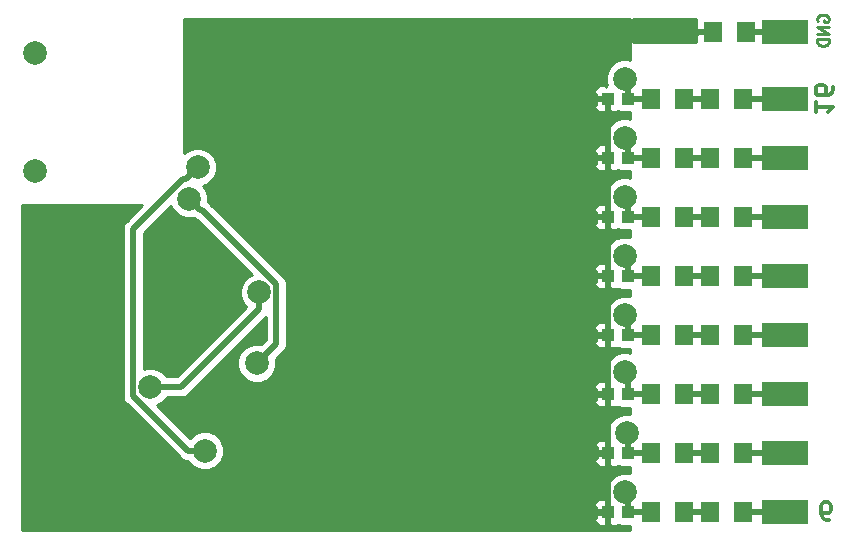
<source format=gbr>
G04 #@! TF.GenerationSoftware,KiCad,Pcbnew,5.0.0*
G04 #@! TF.CreationDate,2019-01-02T17:09:17-05:00*
G04 #@! TF.ProjectId,probe,70726F62652E6B696361645F70636200,rev?*
G04 #@! TF.SameCoordinates,Original*
G04 #@! TF.FileFunction,Copper,L2,Bot,Signal*
G04 #@! TF.FilePolarity,Positive*
%FSLAX46Y46*%
G04 Gerber Fmt 4.6, Leading zero omitted, Abs format (unit mm)*
G04 Created by KiCad (PCBNEW 5.0.0) date Wed Jan  2 17:09:17 2019*
%MOMM*%
%LPD*%
G01*
G04 APERTURE LIST*
G04 #@! TA.AperFunction,NonConductor*
%ADD10C,0.300000*%
G04 #@! TD*
G04 #@! TA.AperFunction,NonConductor*
%ADD11C,0.250000*%
G04 #@! TD*
G04 #@! TA.AperFunction,SMDPad,CuDef*
%ADD12R,1.597660X1.798320*%
G04 #@! TD*
G04 #@! TA.AperFunction,SMDPad,CuDef*
%ADD13R,4.000000X2.000000*%
G04 #@! TD*
G04 #@! TA.AperFunction,SMDPad,CuDef*
%ADD14R,1.099820X0.998220*%
G04 #@! TD*
G04 #@! TA.AperFunction,ViaPad*
%ADD15C,2.000000*%
G04 #@! TD*
G04 #@! TA.AperFunction,Conductor*
%ADD16C,0.500000*%
G04 #@! TD*
G04 #@! TA.AperFunction,Conductor*
%ADD17C,0.254000*%
G04 #@! TD*
G04 APERTURE END LIST*
D10*
X126521428Y-140485714D02*
X126521428Y-141342857D01*
X126521428Y-140914285D02*
X128021428Y-140914285D01*
X127807142Y-141057142D01*
X127664285Y-141200000D01*
X127592857Y-141342857D01*
X128021428Y-139200000D02*
X128021428Y-139485714D01*
X127950000Y-139628571D01*
X127878571Y-139700000D01*
X127664285Y-139842857D01*
X127378571Y-139914285D01*
X126807142Y-139914285D01*
X126664285Y-139842857D01*
X126592857Y-139771428D01*
X126521428Y-139628571D01*
X126521428Y-139342857D01*
X126592857Y-139200000D01*
X126664285Y-139128571D01*
X126807142Y-139057142D01*
X127164285Y-139057142D01*
X127307142Y-139128571D01*
X127378571Y-139200000D01*
X127450000Y-139342857D01*
X127450000Y-139628571D01*
X127378571Y-139771428D01*
X127307142Y-139842857D01*
X127164285Y-139914285D01*
D11*
X126700000Y-133638095D02*
X126652380Y-133542857D01*
X126652380Y-133400000D01*
X126700000Y-133257142D01*
X126795238Y-133161904D01*
X126890476Y-133114285D01*
X127080952Y-133066666D01*
X127223809Y-133066666D01*
X127414285Y-133114285D01*
X127509523Y-133161904D01*
X127604761Y-133257142D01*
X127652380Y-133400000D01*
X127652380Y-133495238D01*
X127604761Y-133638095D01*
X127557142Y-133685714D01*
X127223809Y-133685714D01*
X127223809Y-133495238D01*
X127652380Y-134114285D02*
X126652380Y-134114285D01*
X127652380Y-134685714D01*
X126652380Y-134685714D01*
X127652380Y-135161904D02*
X126652380Y-135161904D01*
X126652380Y-135400000D01*
X126700000Y-135542857D01*
X126795238Y-135638095D01*
X126890476Y-135685714D01*
X127080952Y-135733333D01*
X127223809Y-135733333D01*
X127414285Y-135685714D01*
X127509523Y-135638095D01*
X127604761Y-135542857D01*
X127652380Y-135400000D01*
X127652380Y-135161904D01*
D10*
X127685714Y-175878571D02*
X127400000Y-175878571D01*
X127257142Y-175807142D01*
X127185714Y-175735714D01*
X127042857Y-175521428D01*
X126971428Y-175235714D01*
X126971428Y-174664285D01*
X127042857Y-174521428D01*
X127114285Y-174450000D01*
X127257142Y-174378571D01*
X127542857Y-174378571D01*
X127685714Y-174450000D01*
X127757142Y-174521428D01*
X127828571Y-174664285D01*
X127828571Y-175021428D01*
X127757142Y-175164285D01*
X127685714Y-175235714D01*
X127542857Y-175307142D01*
X127257142Y-175307142D01*
X127114285Y-175235714D01*
X127042857Y-175164285D01*
X126971428Y-175021428D01*
D12*
G04 #@! TO.P,R50,1*
G04 #@! TO.N,GND*
X117800460Y-134550000D03*
G04 #@! TO.P,R50,2*
G04 #@! TO.N,Net-(J25-Pad1)*
X120599540Y-134550000D03*
G04 #@! TD*
D13*
G04 #@! TO.P,J25,1*
G04 #@! TO.N,Net-(J25-Pad1)*
X123950000Y-134550000D03*
G04 #@! TD*
G04 #@! TO.P,J16,1*
G04 #@! TO.N,Net-(J16-Pad1)*
X123896569Y-145203433D03*
G04 #@! TD*
G04 #@! TO.P,J15,1*
G04 #@! TO.N,Net-(J15-Pad1)*
X123896569Y-150203433D03*
G04 #@! TD*
G04 #@! TO.P,J14,1*
G04 #@! TO.N,Net-(J14-Pad1)*
X123896569Y-155203433D03*
G04 #@! TD*
G04 #@! TO.P,J13,1*
G04 #@! TO.N,Net-(J13-Pad1)*
X123896569Y-160203433D03*
G04 #@! TD*
G04 #@! TO.P,J12,1*
G04 #@! TO.N,Net-(J12-Pad1)*
X123896569Y-165203433D03*
G04 #@! TD*
G04 #@! TO.P,J11,1*
G04 #@! TO.N,Net-(J11-Pad1)*
X123896569Y-170203433D03*
G04 #@! TD*
G04 #@! TO.P,J10,1*
G04 #@! TO.N,Net-(J10-Pad1)*
X123896569Y-175203433D03*
G04 #@! TD*
G04 #@! TO.P,J17,1*
G04 #@! TO.N,Net-(J17-Pad1)*
X123896569Y-140203433D03*
G04 #@! TD*
D12*
G04 #@! TO.P,R42,1*
G04 #@! TO.N,Net-(J10-Pad1)*
X120396109Y-175203433D03*
G04 #@! TO.P,R42,2*
G04 #@! TO.N,Net-(R18-Pad1)*
X117597029Y-175203433D03*
G04 #@! TD*
G04 #@! TO.P,R44,1*
G04 #@! TO.N,Net-(J12-Pad1)*
X120396109Y-165203433D03*
G04 #@! TO.P,R44,2*
G04 #@! TO.N,Net-(R22-Pad1)*
X117597029Y-165203433D03*
G04 #@! TD*
G04 #@! TO.P,R43,2*
G04 #@! TO.N,Net-(R20-Pad1)*
X117597029Y-170203433D03*
G04 #@! TO.P,R43,1*
G04 #@! TO.N,Net-(J11-Pad1)*
X120396109Y-170203433D03*
G04 #@! TD*
G04 #@! TO.P,R45,1*
G04 #@! TO.N,Net-(J13-Pad1)*
X120396109Y-160203433D03*
G04 #@! TO.P,R45,2*
G04 #@! TO.N,Net-(R24-Pad1)*
X117597029Y-160203433D03*
G04 #@! TD*
G04 #@! TO.P,R49,2*
G04 #@! TO.N,Net-(R32-Pad1)*
X117597029Y-140203433D03*
G04 #@! TO.P,R49,1*
G04 #@! TO.N,Net-(J17-Pad1)*
X120396109Y-140203433D03*
G04 #@! TD*
G04 #@! TO.P,R48,1*
G04 #@! TO.N,Net-(J16-Pad1)*
X120396109Y-145203433D03*
G04 #@! TO.P,R48,2*
G04 #@! TO.N,Net-(R30-Pad1)*
X117597029Y-145203433D03*
G04 #@! TD*
G04 #@! TO.P,R47,2*
G04 #@! TO.N,Net-(R28-Pad1)*
X117597029Y-150203433D03*
G04 #@! TO.P,R47,1*
G04 #@! TO.N,Net-(J15-Pad1)*
X120396109Y-150203433D03*
G04 #@! TD*
G04 #@! TO.P,R46,1*
G04 #@! TO.N,Net-(J14-Pad1)*
X120396109Y-155203433D03*
G04 #@! TO.P,R46,2*
G04 #@! TO.N,Net-(R26-Pad1)*
X117597029Y-155203433D03*
G04 #@! TD*
D14*
G04 #@! TO.P,R33,2*
G04 #@! TO.N,GND*
X108948209Y-140203433D03*
G04 #@! TO.P,R33,1*
G04 #@! TO.N,/Dividers/OUT16*
X110644929Y-140203433D03*
G04 #@! TD*
G04 #@! TO.P,R31,1*
G04 #@! TO.N,/Dividers/OUT15*
X110644929Y-145203433D03*
G04 #@! TO.P,R31,2*
G04 #@! TO.N,GND*
X108948209Y-145203433D03*
G04 #@! TD*
G04 #@! TO.P,R29,2*
G04 #@! TO.N,GND*
X108948209Y-150203433D03*
G04 #@! TO.P,R29,1*
G04 #@! TO.N,/Dividers/OUT14*
X110644929Y-150203433D03*
G04 #@! TD*
G04 #@! TO.P,R27,1*
G04 #@! TO.N,/Dividers/OUT13*
X110644929Y-155203433D03*
G04 #@! TO.P,R27,2*
G04 #@! TO.N,GND*
X108948209Y-155203433D03*
G04 #@! TD*
G04 #@! TO.P,R19,2*
G04 #@! TO.N,GND*
X108948209Y-175203433D03*
G04 #@! TO.P,R19,1*
G04 #@! TO.N,/Dividers/OUT9*
X110644929Y-175203433D03*
G04 #@! TD*
G04 #@! TO.P,R21,1*
G04 #@! TO.N,/Dividers/OUT10*
X110644929Y-170203433D03*
G04 #@! TO.P,R21,2*
G04 #@! TO.N,GND*
X108948209Y-170203433D03*
G04 #@! TD*
G04 #@! TO.P,R23,1*
G04 #@! TO.N,/Dividers/OUT11*
X110644929Y-165203433D03*
G04 #@! TO.P,R23,2*
G04 #@! TO.N,GND*
X108948209Y-165203433D03*
G04 #@! TD*
G04 #@! TO.P,R25,1*
G04 #@! TO.N,/Dividers/OUT12*
X110644929Y-160203433D03*
G04 #@! TO.P,R25,2*
G04 #@! TO.N,GND*
X108948209Y-160203433D03*
G04 #@! TD*
D12*
G04 #@! TO.P,R20,2*
G04 #@! TO.N,/Dividers/OUT10*
X112596569Y-170203433D03*
G04 #@! TO.P,R20,1*
G04 #@! TO.N,Net-(R20-Pad1)*
X115395649Y-170203433D03*
G04 #@! TD*
G04 #@! TO.P,R32,2*
G04 #@! TO.N,/Dividers/OUT16*
X112596569Y-140203433D03*
G04 #@! TO.P,R32,1*
G04 #@! TO.N,Net-(R32-Pad1)*
X115395649Y-140203433D03*
G04 #@! TD*
G04 #@! TO.P,R30,1*
G04 #@! TO.N,Net-(R30-Pad1)*
X115395649Y-145203433D03*
G04 #@! TO.P,R30,2*
G04 #@! TO.N,/Dividers/OUT15*
X112596569Y-145203433D03*
G04 #@! TD*
G04 #@! TO.P,R28,2*
G04 #@! TO.N,/Dividers/OUT14*
X112596569Y-150203433D03*
G04 #@! TO.P,R28,1*
G04 #@! TO.N,Net-(R28-Pad1)*
X115395649Y-150203433D03*
G04 #@! TD*
G04 #@! TO.P,R26,1*
G04 #@! TO.N,Net-(R26-Pad1)*
X115395649Y-155203433D03*
G04 #@! TO.P,R26,2*
G04 #@! TO.N,/Dividers/OUT13*
X112596569Y-155203433D03*
G04 #@! TD*
G04 #@! TO.P,R24,2*
G04 #@! TO.N,/Dividers/OUT12*
X112596569Y-160203433D03*
G04 #@! TO.P,R24,1*
G04 #@! TO.N,Net-(R24-Pad1)*
X115395649Y-160203433D03*
G04 #@! TD*
G04 #@! TO.P,R22,1*
G04 #@! TO.N,Net-(R22-Pad1)*
X115395649Y-165203433D03*
G04 #@! TO.P,R22,2*
G04 #@! TO.N,/Dividers/OUT11*
X112596569Y-165203433D03*
G04 #@! TD*
G04 #@! TO.P,R18,2*
G04 #@! TO.N,/Dividers/OUT9*
X112596569Y-175203433D03*
G04 #@! TO.P,R18,1*
G04 #@! TO.N,Net-(R18-Pad1)*
X115395649Y-175203433D03*
G04 #@! TD*
D15*
G04 #@! TO.N,*
X60450000Y-136300000D03*
X60450000Y-146300000D03*
G04 #@! TO.N,GND*
X107200000Y-175300000D03*
X107296567Y-170203433D03*
X107200000Y-165300000D03*
X107200000Y-160300000D03*
X107200000Y-155300000D03*
X107200000Y-150300000D03*
X107200000Y-145300000D03*
X107200000Y-140300000D03*
X82200000Y-135550000D03*
X60700000Y-166050000D03*
X69700000Y-169050000D03*
X83450000Y-170300000D03*
X71400000Y-155200000D03*
X88400000Y-158400000D03*
X74400000Y-152200000D03*
X78200000Y-150250000D03*
X100600000Y-154200000D03*
G04 #@! TO.N,/Dividers/OUT16*
X110400000Y-138500000D03*
G04 #@! TO.N,/Dividers/OUT15*
X110398209Y-143500471D03*
G04 #@! TO.N,/Dividers/OUT14*
X110398209Y-148500888D03*
G04 #@! TO.N,/Dividers/OUT13*
X110398209Y-153500888D03*
G04 #@! TO.N,/Dividers/OUT12*
X110398209Y-158500888D03*
G04 #@! TO.N,/Dividers/OUT11*
X110398209Y-163300000D03*
G04 #@! TO.N,/Dividers/OUT10*
X110537933Y-168500888D03*
G04 #@! TO.N,/Dividers/OUT9*
X110398209Y-173500888D03*
G04 #@! TO.N,Net-(IC1-Pad5)*
X70200000Y-164600000D03*
X79400000Y-156600000D03*
G04 #@! TO.N,/SHIFTED_x1*
X79200000Y-162600000D03*
X73449694Y-148649694D03*
G04 #@! TO.N,/SHIFTED_x10*
X74200000Y-146000000D03*
X74800000Y-170000000D03*
G04 #@! TD*
D16*
G04 #@! TO.N,GND*
X108948209Y-170203433D02*
X108948209Y-169204323D01*
X108948209Y-155203433D02*
X108948209Y-154204323D01*
X108948209Y-175203433D02*
X108948209Y-173520000D01*
X108948209Y-173520000D02*
X108948209Y-170203433D01*
X108948209Y-169204323D02*
X108948209Y-168560000D01*
X108948209Y-168560000D02*
X108948209Y-165203433D01*
X108948209Y-160203433D02*
X108948209Y-158480000D01*
X108948209Y-158480000D02*
X108948209Y-155203433D01*
X108948209Y-154204323D02*
X108948209Y-153490000D01*
X108948209Y-153490000D02*
X108948209Y-150203433D01*
X108948209Y-143510000D02*
X108948209Y-140203433D01*
X108948209Y-145203433D02*
X108948209Y-143510000D01*
X108948209Y-163540000D02*
X108948209Y-160203433D01*
X108948209Y-164204323D02*
X108948209Y-163540000D01*
X108948209Y-165203433D02*
X108948209Y-164204323D01*
X107296567Y-175203433D02*
X107200000Y-175300000D01*
X108948209Y-175203433D02*
X107296567Y-175203433D01*
X108948209Y-170203433D02*
X107296567Y-170203433D01*
X107296567Y-165203433D02*
X107200000Y-165300000D01*
X108948209Y-165203433D02*
X107296567Y-165203433D01*
X108948209Y-160203433D02*
X107296567Y-160203433D01*
X107296567Y-160203433D02*
X107200000Y-160300000D01*
X108948209Y-155203433D02*
X107296567Y-155203433D01*
X107296567Y-155203433D02*
X107200000Y-155300000D01*
X108948209Y-150203433D02*
X107296567Y-150203433D01*
X107296567Y-150203433D02*
X107200000Y-150300000D01*
X107296567Y-145203433D02*
X107200000Y-145300000D01*
X108948209Y-145203433D02*
X107296567Y-145203433D01*
X107296567Y-140203433D02*
X107200000Y-140300000D01*
X108948209Y-140203433D02*
X107296567Y-140203433D01*
X108948209Y-146202543D02*
X108948209Y-150203433D01*
X108948209Y-145203433D02*
X108948209Y-146202543D01*
X117800460Y-134550000D02*
X116501630Y-134550000D01*
G04 #@! TO.N,/Dividers/OUT16*
X110644929Y-140203433D02*
X112596569Y-140203433D01*
X110644929Y-138744929D02*
X110400000Y-138500000D01*
X110644929Y-140203433D02*
X110644929Y-138744929D01*
G04 #@! TO.N,/Dividers/OUT15*
X110644929Y-145203433D02*
X112596569Y-145203433D01*
X110644929Y-143747191D02*
X110398209Y-143500471D01*
X110644929Y-145203433D02*
X110644929Y-143747191D01*
G04 #@! TO.N,/Dividers/OUT14*
X110644929Y-150203433D02*
X112596569Y-150203433D01*
X110644929Y-148747608D02*
X110398209Y-148500888D01*
X110644929Y-150203433D02*
X110644929Y-148747608D01*
G04 #@! TO.N,/Dividers/OUT13*
X112596569Y-155203433D02*
X110644929Y-155203433D01*
X110644929Y-153747608D02*
X110398209Y-153500888D01*
X110644929Y-155203433D02*
X110644929Y-153747608D01*
G04 #@! TO.N,/Dividers/OUT12*
X110644929Y-160203433D02*
X112596569Y-160203433D01*
X110644929Y-158747608D02*
X110398209Y-158500888D01*
X110644929Y-160203433D02*
X110644929Y-158747608D01*
G04 #@! TO.N,/Dividers/OUT11*
X110644929Y-165203433D02*
X112596569Y-165203433D01*
X110644929Y-163546720D02*
X110398209Y-163300000D01*
X110644929Y-165203433D02*
X110644929Y-163546720D01*
G04 #@! TO.N,/Dividers/OUT10*
X110644929Y-170203433D02*
X112596569Y-170203433D01*
X110644929Y-168607884D02*
X110537933Y-168500888D01*
X110644929Y-170203433D02*
X110644929Y-168607884D01*
G04 #@! TO.N,/Dividers/OUT9*
X110644929Y-175203433D02*
X112596569Y-175203433D01*
X110644929Y-173747608D02*
X110398209Y-173500888D01*
X110644929Y-175203433D02*
X110644929Y-173747608D01*
G04 #@! TO.N,Net-(IC1-Pad5)*
X70200000Y-164600000D02*
X72817984Y-164600000D01*
X72817984Y-164600000D02*
X72817984Y-164582016D01*
X72817984Y-164582016D02*
X79400000Y-158000000D01*
X79400000Y-158000000D02*
X79400000Y-156600000D01*
G04 #@! TO.N,Net-(R26-Pad1)*
X115395649Y-155203433D02*
X117597029Y-155203433D01*
G04 #@! TO.N,Net-(R28-Pad1)*
X115395649Y-150203433D02*
X117597029Y-150203433D01*
G04 #@! TO.N,Net-(R30-Pad1)*
X117597029Y-145203433D02*
X115395649Y-145203433D01*
G04 #@! TO.N,Net-(R32-Pad1)*
X115395649Y-140203433D02*
X117597029Y-140203433D01*
G04 #@! TO.N,Net-(R18-Pad1)*
X115395649Y-175203433D02*
X117597029Y-175203433D01*
G04 #@! TO.N,Net-(R24-Pad1)*
X115395649Y-160203433D02*
X117597029Y-160203433D01*
G04 #@! TO.N,Net-(R20-Pad1)*
X115395649Y-170203433D02*
X117597029Y-170203433D01*
G04 #@! TO.N,Net-(R22-Pad1)*
X115395649Y-165203433D02*
X117597029Y-165203433D01*
G04 #@! TO.N,Net-(J17-Pad1)*
X120396109Y-140203433D02*
X123896569Y-140203433D01*
G04 #@! TO.N,Net-(J10-Pad1)*
X120396109Y-175203433D02*
X123896569Y-175203433D01*
G04 #@! TO.N,Net-(J11-Pad1)*
X120396109Y-170203433D02*
X123896569Y-170203433D01*
G04 #@! TO.N,Net-(J12-Pad1)*
X120396109Y-165203433D02*
X123896569Y-165203433D01*
G04 #@! TO.N,Net-(J13-Pad1)*
X120396109Y-160203433D02*
X123896569Y-160203433D01*
G04 #@! TO.N,Net-(J14-Pad1)*
X120396109Y-155203433D02*
X123896569Y-155203433D01*
G04 #@! TO.N,Net-(J15-Pad1)*
X120396109Y-150203433D02*
X123896569Y-150203433D01*
G04 #@! TO.N,Net-(J16-Pad1)*
X120396109Y-145203433D02*
X123896569Y-145203433D01*
G04 #@! TO.N,/SHIFTED_x1*
X80850001Y-160949999D02*
X79200000Y-162600000D01*
X74449693Y-149649693D02*
X74595695Y-149649693D01*
X74595695Y-149649693D02*
X80850001Y-155903999D01*
X73449694Y-148649694D02*
X74449693Y-149649693D01*
X80850001Y-155903999D02*
X80850001Y-160949999D01*
G04 #@! TO.N,/SHIFTED_x10*
X73385787Y-170000000D02*
X68749999Y-165364212D01*
X74800000Y-170000000D02*
X73385787Y-170000000D01*
X68749999Y-151203387D02*
X68749999Y-151800000D01*
X73200001Y-146999999D02*
X72953387Y-146999999D01*
X72953387Y-146999999D02*
X68749999Y-151203387D01*
X74200000Y-146000000D02*
X73200001Y-146999999D01*
X68749999Y-165364212D02*
X68749999Y-151800000D01*
X68749999Y-151800000D02*
X68749999Y-151450001D01*
G04 #@! TO.N,Net-(J25-Pad1)*
X123950000Y-134550000D02*
X120599540Y-134550000D01*
G04 #@! TD*
D17*
G04 #@! TO.N,GND*
G36*
X110823000Y-136905501D02*
X110725222Y-136865000D01*
X110074778Y-136865000D01*
X109473847Y-137113914D01*
X109013914Y-137573847D01*
X108765000Y-138174778D01*
X108765000Y-138825222D01*
X108866110Y-139069323D01*
X108821207Y-139069323D01*
X108821207Y-139228071D01*
X108662459Y-139069323D01*
X108271990Y-139069323D01*
X108038601Y-139165996D01*
X107859972Y-139344624D01*
X107763299Y-139578013D01*
X107763299Y-139917683D01*
X107922049Y-140076433D01*
X108821209Y-140076433D01*
X108821209Y-140056433D01*
X109075209Y-140056433D01*
X109075209Y-140076433D01*
X109095209Y-140076433D01*
X109095209Y-140330433D01*
X109075209Y-140330433D01*
X109075209Y-141178793D01*
X109233959Y-141337543D01*
X109624428Y-141337543D01*
X109796021Y-141266467D01*
X109847254Y-141300700D01*
X110095019Y-141349983D01*
X110823000Y-141349983D01*
X110823000Y-141906714D01*
X110723431Y-141865471D01*
X110072987Y-141865471D01*
X109472056Y-142114385D01*
X109012123Y-142574318D01*
X108763209Y-143175249D01*
X108763209Y-143825693D01*
X108864124Y-144069323D01*
X108821207Y-144069323D01*
X108821207Y-144228071D01*
X108662459Y-144069323D01*
X108271990Y-144069323D01*
X108038601Y-144165996D01*
X107859972Y-144344624D01*
X107763299Y-144578013D01*
X107763299Y-144917683D01*
X107922049Y-145076433D01*
X108821209Y-145076433D01*
X108821209Y-145056433D01*
X109075209Y-145056433D01*
X109075209Y-145076433D01*
X109095209Y-145076433D01*
X109095209Y-145330433D01*
X109075209Y-145330433D01*
X109075209Y-146178793D01*
X109233959Y-146337543D01*
X109624428Y-146337543D01*
X109796021Y-146266467D01*
X109847254Y-146300700D01*
X110095019Y-146349983D01*
X110823000Y-146349983D01*
X110823000Y-146907131D01*
X110723431Y-146865888D01*
X110072987Y-146865888D01*
X109472056Y-147114802D01*
X109012123Y-147574735D01*
X108763209Y-148175666D01*
X108763209Y-148826110D01*
X108863951Y-149069323D01*
X108821207Y-149069323D01*
X108821207Y-149228071D01*
X108662459Y-149069323D01*
X108271990Y-149069323D01*
X108038601Y-149165996D01*
X107859972Y-149344624D01*
X107763299Y-149578013D01*
X107763299Y-149917683D01*
X107922049Y-150076433D01*
X108821209Y-150076433D01*
X108821209Y-150056433D01*
X109075209Y-150056433D01*
X109075209Y-150076433D01*
X109095209Y-150076433D01*
X109095209Y-150330433D01*
X109075209Y-150330433D01*
X109075209Y-151178793D01*
X109233959Y-151337543D01*
X109624428Y-151337543D01*
X109796021Y-151266467D01*
X109847254Y-151300700D01*
X110095019Y-151349983D01*
X110823000Y-151349983D01*
X110823000Y-151907131D01*
X110723431Y-151865888D01*
X110072987Y-151865888D01*
X109472056Y-152114802D01*
X109012123Y-152574735D01*
X108763209Y-153175666D01*
X108763209Y-153826110D01*
X108863951Y-154069323D01*
X108821207Y-154069323D01*
X108821207Y-154228071D01*
X108662459Y-154069323D01*
X108271990Y-154069323D01*
X108038601Y-154165996D01*
X107859972Y-154344624D01*
X107763299Y-154578013D01*
X107763299Y-154917683D01*
X107922049Y-155076433D01*
X108821209Y-155076433D01*
X108821209Y-155056433D01*
X109075209Y-155056433D01*
X109075209Y-155076433D01*
X109095209Y-155076433D01*
X109095209Y-155330433D01*
X109075209Y-155330433D01*
X109075209Y-156178793D01*
X109233959Y-156337543D01*
X109624428Y-156337543D01*
X109796021Y-156266467D01*
X109847254Y-156300700D01*
X110095019Y-156349983D01*
X110823000Y-156349983D01*
X110823000Y-156907131D01*
X110723431Y-156865888D01*
X110072987Y-156865888D01*
X109472056Y-157114802D01*
X109012123Y-157574735D01*
X108763209Y-158175666D01*
X108763209Y-158826110D01*
X108863951Y-159069323D01*
X108821207Y-159069323D01*
X108821207Y-159228071D01*
X108662459Y-159069323D01*
X108271990Y-159069323D01*
X108038601Y-159165996D01*
X107859972Y-159344624D01*
X107763299Y-159578013D01*
X107763299Y-159917683D01*
X107922049Y-160076433D01*
X108821209Y-160076433D01*
X108821209Y-160056433D01*
X109075209Y-160056433D01*
X109075209Y-160076433D01*
X109095209Y-160076433D01*
X109095209Y-160330433D01*
X109075209Y-160330433D01*
X109075209Y-161178793D01*
X109233959Y-161337543D01*
X109624428Y-161337543D01*
X109796021Y-161266467D01*
X109847254Y-161300700D01*
X110095019Y-161349983D01*
X110823000Y-161349983D01*
X110823000Y-161706243D01*
X110723431Y-161665000D01*
X110072987Y-161665000D01*
X109472056Y-161913914D01*
X109012123Y-162373847D01*
X108763209Y-162974778D01*
X108763209Y-163625222D01*
X108947162Y-164069323D01*
X108821207Y-164069323D01*
X108821207Y-164228071D01*
X108662459Y-164069323D01*
X108271990Y-164069323D01*
X108038601Y-164165996D01*
X107859972Y-164344624D01*
X107763299Y-164578013D01*
X107763299Y-164917683D01*
X107922049Y-165076433D01*
X108821209Y-165076433D01*
X108821209Y-165056433D01*
X109075209Y-165056433D01*
X109075209Y-165076433D01*
X109095209Y-165076433D01*
X109095209Y-165330433D01*
X109075209Y-165330433D01*
X109075209Y-166178793D01*
X109233959Y-166337543D01*
X109624428Y-166337543D01*
X109796021Y-166266467D01*
X109847254Y-166300700D01*
X110095019Y-166349983D01*
X110823000Y-166349983D01*
X110823000Y-166865888D01*
X110212711Y-166865888D01*
X109611780Y-167114802D01*
X109151847Y-167574735D01*
X108902933Y-168175666D01*
X108902933Y-168826110D01*
X109075209Y-169242021D01*
X109075209Y-170076433D01*
X109095209Y-170076433D01*
X109095209Y-170330433D01*
X109075209Y-170330433D01*
X109075209Y-171178793D01*
X109233959Y-171337543D01*
X109624428Y-171337543D01*
X109796021Y-171266467D01*
X109847254Y-171300700D01*
X110095019Y-171349983D01*
X110823000Y-171349983D01*
X110823000Y-171907131D01*
X110723431Y-171865888D01*
X110072987Y-171865888D01*
X109472056Y-172114802D01*
X109012123Y-172574735D01*
X108763209Y-173175666D01*
X108763209Y-173826110D01*
X108863951Y-174069323D01*
X108821207Y-174069323D01*
X108821207Y-174228071D01*
X108662459Y-174069323D01*
X108271990Y-174069323D01*
X108038601Y-174165996D01*
X107859972Y-174344624D01*
X107763299Y-174578013D01*
X107763299Y-174917683D01*
X107922049Y-175076433D01*
X108821209Y-175076433D01*
X108821209Y-175056433D01*
X109075209Y-175056433D01*
X109075209Y-175076433D01*
X109095209Y-175076433D01*
X109095209Y-175330433D01*
X109075209Y-175330433D01*
X109075209Y-176178793D01*
X109233959Y-176337543D01*
X109624428Y-176337543D01*
X109796021Y-176266467D01*
X109847254Y-176300700D01*
X110095019Y-176349983D01*
X110823000Y-176349983D01*
X110823000Y-176673000D01*
X59327000Y-176673000D01*
X59327000Y-175489183D01*
X107763299Y-175489183D01*
X107763299Y-175828853D01*
X107859972Y-176062242D01*
X108038601Y-176240870D01*
X108271990Y-176337543D01*
X108662459Y-176337543D01*
X108821209Y-176178793D01*
X108821209Y-175330433D01*
X107922049Y-175330433D01*
X107763299Y-175489183D01*
X59327000Y-175489183D01*
X59327000Y-149177000D01*
X69524808Y-149177000D01*
X68185846Y-150515962D01*
X68111950Y-150565338D01*
X67916347Y-150858078D01*
X67864999Y-151116223D01*
X67864999Y-151116226D01*
X67847662Y-151203387D01*
X67864999Y-151290548D01*
X67864999Y-151887165D01*
X67865000Y-151887170D01*
X67864999Y-165277051D01*
X67847662Y-165364212D01*
X67864999Y-165451373D01*
X67864999Y-165451376D01*
X67916347Y-165709521D01*
X68111950Y-166002261D01*
X68185846Y-166051637D01*
X72698364Y-170564156D01*
X72747738Y-170638049D01*
X72821631Y-170687423D01*
X72821632Y-170687424D01*
X72932667Y-170761615D01*
X73040477Y-170833652D01*
X73298622Y-170885000D01*
X73298626Y-170885000D01*
X73385786Y-170902337D01*
X73402659Y-170898981D01*
X73413914Y-170926153D01*
X73873847Y-171386086D01*
X74474778Y-171635000D01*
X75125222Y-171635000D01*
X75726153Y-171386086D01*
X76186086Y-170926153D01*
X76367085Y-170489183D01*
X107763299Y-170489183D01*
X107763299Y-170828853D01*
X107859972Y-171062242D01*
X108038601Y-171240870D01*
X108271990Y-171337543D01*
X108662459Y-171337543D01*
X108821209Y-171178793D01*
X108821209Y-170330433D01*
X107922049Y-170330433D01*
X107763299Y-170489183D01*
X76367085Y-170489183D01*
X76435000Y-170325222D01*
X76435000Y-169674778D01*
X76394919Y-169578013D01*
X107763299Y-169578013D01*
X107763299Y-169917683D01*
X107922049Y-170076433D01*
X108821209Y-170076433D01*
X108821209Y-169228073D01*
X108662459Y-169069323D01*
X108271990Y-169069323D01*
X108038601Y-169165996D01*
X107859972Y-169344624D01*
X107763299Y-169578013D01*
X76394919Y-169578013D01*
X76186086Y-169073847D01*
X75726153Y-168613914D01*
X75125222Y-168365000D01*
X74474778Y-168365000D01*
X73873847Y-168613914D01*
X73562563Y-168925198D01*
X70770689Y-166133324D01*
X71126153Y-165986086D01*
X71586086Y-165526153D01*
X71603132Y-165485000D01*
X72730819Y-165485000D01*
X72817984Y-165502338D01*
X72884118Y-165489183D01*
X107763299Y-165489183D01*
X107763299Y-165828853D01*
X107859972Y-166062242D01*
X108038601Y-166240870D01*
X108271990Y-166337543D01*
X108662459Y-166337543D01*
X108821209Y-166178793D01*
X108821209Y-165330433D01*
X107922049Y-165330433D01*
X107763299Y-165489183D01*
X72884118Y-165489183D01*
X72905148Y-165485000D01*
X72905149Y-165485000D01*
X73163294Y-165433652D01*
X73456033Y-165238049D01*
X73541623Y-165109955D01*
X79964156Y-158687422D01*
X79965002Y-158686858D01*
X79965002Y-160583419D01*
X79566375Y-160982046D01*
X79525222Y-160965000D01*
X78874778Y-160965000D01*
X78273847Y-161213914D01*
X77813914Y-161673847D01*
X77565000Y-162274778D01*
X77565000Y-162925222D01*
X77813914Y-163526153D01*
X78273847Y-163986086D01*
X78874778Y-164235000D01*
X79525222Y-164235000D01*
X80126153Y-163986086D01*
X80586086Y-163526153D01*
X80835000Y-162925222D01*
X80835000Y-162274778D01*
X80817954Y-162233625D01*
X81414157Y-161637422D01*
X81488050Y-161588048D01*
X81683653Y-161295309D01*
X81735001Y-161037164D01*
X81735001Y-161037160D01*
X81752338Y-160949999D01*
X81735001Y-160862838D01*
X81735001Y-160489183D01*
X107763299Y-160489183D01*
X107763299Y-160828853D01*
X107859972Y-161062242D01*
X108038601Y-161240870D01*
X108271990Y-161337543D01*
X108662459Y-161337543D01*
X108821209Y-161178793D01*
X108821209Y-160330433D01*
X107922049Y-160330433D01*
X107763299Y-160489183D01*
X81735001Y-160489183D01*
X81735001Y-155991158D01*
X81752338Y-155903998D01*
X81735001Y-155816838D01*
X81735001Y-155816834D01*
X81683653Y-155558689D01*
X81637211Y-155489183D01*
X107763299Y-155489183D01*
X107763299Y-155828853D01*
X107859972Y-156062242D01*
X108038601Y-156240870D01*
X108271990Y-156337543D01*
X108662459Y-156337543D01*
X108821209Y-156178793D01*
X108821209Y-155330433D01*
X107922049Y-155330433D01*
X107763299Y-155489183D01*
X81637211Y-155489183D01*
X81488050Y-155265950D01*
X81414157Y-155216576D01*
X76686764Y-150489183D01*
X107763299Y-150489183D01*
X107763299Y-150828853D01*
X107859972Y-151062242D01*
X108038601Y-151240870D01*
X108271990Y-151337543D01*
X108662459Y-151337543D01*
X108821209Y-151178793D01*
X108821209Y-150330433D01*
X107922049Y-150330433D01*
X107763299Y-150489183D01*
X76686764Y-150489183D01*
X75283120Y-149085540D01*
X75233744Y-149011644D01*
X75084694Y-148912051D01*
X75084694Y-148324472D01*
X74835780Y-147723541D01*
X74682212Y-147569973D01*
X75126153Y-147386086D01*
X75586086Y-146926153D01*
X75835000Y-146325222D01*
X75835000Y-145674778D01*
X75758124Y-145489183D01*
X107763299Y-145489183D01*
X107763299Y-145828853D01*
X107859972Y-146062242D01*
X108038601Y-146240870D01*
X108271990Y-146337543D01*
X108662459Y-146337543D01*
X108821209Y-146178793D01*
X108821209Y-145330433D01*
X107922049Y-145330433D01*
X107763299Y-145489183D01*
X75758124Y-145489183D01*
X75586086Y-145073847D01*
X75126153Y-144613914D01*
X74525222Y-144365000D01*
X73874778Y-144365000D01*
X73273847Y-144613914D01*
X73077000Y-144810761D01*
X73077000Y-140489183D01*
X107763299Y-140489183D01*
X107763299Y-140828853D01*
X107859972Y-141062242D01*
X108038601Y-141240870D01*
X108271990Y-141337543D01*
X108662459Y-141337543D01*
X108821209Y-141178793D01*
X108821209Y-140330433D01*
X107922049Y-140330433D01*
X107763299Y-140489183D01*
X73077000Y-140489183D01*
X73077000Y-133427000D01*
X110823000Y-133427000D01*
X110823000Y-136905501D01*
X110823000Y-136905501D01*
G37*
X110823000Y-136905501D02*
X110725222Y-136865000D01*
X110074778Y-136865000D01*
X109473847Y-137113914D01*
X109013914Y-137573847D01*
X108765000Y-138174778D01*
X108765000Y-138825222D01*
X108866110Y-139069323D01*
X108821207Y-139069323D01*
X108821207Y-139228071D01*
X108662459Y-139069323D01*
X108271990Y-139069323D01*
X108038601Y-139165996D01*
X107859972Y-139344624D01*
X107763299Y-139578013D01*
X107763299Y-139917683D01*
X107922049Y-140076433D01*
X108821209Y-140076433D01*
X108821209Y-140056433D01*
X109075209Y-140056433D01*
X109075209Y-140076433D01*
X109095209Y-140076433D01*
X109095209Y-140330433D01*
X109075209Y-140330433D01*
X109075209Y-141178793D01*
X109233959Y-141337543D01*
X109624428Y-141337543D01*
X109796021Y-141266467D01*
X109847254Y-141300700D01*
X110095019Y-141349983D01*
X110823000Y-141349983D01*
X110823000Y-141906714D01*
X110723431Y-141865471D01*
X110072987Y-141865471D01*
X109472056Y-142114385D01*
X109012123Y-142574318D01*
X108763209Y-143175249D01*
X108763209Y-143825693D01*
X108864124Y-144069323D01*
X108821207Y-144069323D01*
X108821207Y-144228071D01*
X108662459Y-144069323D01*
X108271990Y-144069323D01*
X108038601Y-144165996D01*
X107859972Y-144344624D01*
X107763299Y-144578013D01*
X107763299Y-144917683D01*
X107922049Y-145076433D01*
X108821209Y-145076433D01*
X108821209Y-145056433D01*
X109075209Y-145056433D01*
X109075209Y-145076433D01*
X109095209Y-145076433D01*
X109095209Y-145330433D01*
X109075209Y-145330433D01*
X109075209Y-146178793D01*
X109233959Y-146337543D01*
X109624428Y-146337543D01*
X109796021Y-146266467D01*
X109847254Y-146300700D01*
X110095019Y-146349983D01*
X110823000Y-146349983D01*
X110823000Y-146907131D01*
X110723431Y-146865888D01*
X110072987Y-146865888D01*
X109472056Y-147114802D01*
X109012123Y-147574735D01*
X108763209Y-148175666D01*
X108763209Y-148826110D01*
X108863951Y-149069323D01*
X108821207Y-149069323D01*
X108821207Y-149228071D01*
X108662459Y-149069323D01*
X108271990Y-149069323D01*
X108038601Y-149165996D01*
X107859972Y-149344624D01*
X107763299Y-149578013D01*
X107763299Y-149917683D01*
X107922049Y-150076433D01*
X108821209Y-150076433D01*
X108821209Y-150056433D01*
X109075209Y-150056433D01*
X109075209Y-150076433D01*
X109095209Y-150076433D01*
X109095209Y-150330433D01*
X109075209Y-150330433D01*
X109075209Y-151178793D01*
X109233959Y-151337543D01*
X109624428Y-151337543D01*
X109796021Y-151266467D01*
X109847254Y-151300700D01*
X110095019Y-151349983D01*
X110823000Y-151349983D01*
X110823000Y-151907131D01*
X110723431Y-151865888D01*
X110072987Y-151865888D01*
X109472056Y-152114802D01*
X109012123Y-152574735D01*
X108763209Y-153175666D01*
X108763209Y-153826110D01*
X108863951Y-154069323D01*
X108821207Y-154069323D01*
X108821207Y-154228071D01*
X108662459Y-154069323D01*
X108271990Y-154069323D01*
X108038601Y-154165996D01*
X107859972Y-154344624D01*
X107763299Y-154578013D01*
X107763299Y-154917683D01*
X107922049Y-155076433D01*
X108821209Y-155076433D01*
X108821209Y-155056433D01*
X109075209Y-155056433D01*
X109075209Y-155076433D01*
X109095209Y-155076433D01*
X109095209Y-155330433D01*
X109075209Y-155330433D01*
X109075209Y-156178793D01*
X109233959Y-156337543D01*
X109624428Y-156337543D01*
X109796021Y-156266467D01*
X109847254Y-156300700D01*
X110095019Y-156349983D01*
X110823000Y-156349983D01*
X110823000Y-156907131D01*
X110723431Y-156865888D01*
X110072987Y-156865888D01*
X109472056Y-157114802D01*
X109012123Y-157574735D01*
X108763209Y-158175666D01*
X108763209Y-158826110D01*
X108863951Y-159069323D01*
X108821207Y-159069323D01*
X108821207Y-159228071D01*
X108662459Y-159069323D01*
X108271990Y-159069323D01*
X108038601Y-159165996D01*
X107859972Y-159344624D01*
X107763299Y-159578013D01*
X107763299Y-159917683D01*
X107922049Y-160076433D01*
X108821209Y-160076433D01*
X108821209Y-160056433D01*
X109075209Y-160056433D01*
X109075209Y-160076433D01*
X109095209Y-160076433D01*
X109095209Y-160330433D01*
X109075209Y-160330433D01*
X109075209Y-161178793D01*
X109233959Y-161337543D01*
X109624428Y-161337543D01*
X109796021Y-161266467D01*
X109847254Y-161300700D01*
X110095019Y-161349983D01*
X110823000Y-161349983D01*
X110823000Y-161706243D01*
X110723431Y-161665000D01*
X110072987Y-161665000D01*
X109472056Y-161913914D01*
X109012123Y-162373847D01*
X108763209Y-162974778D01*
X108763209Y-163625222D01*
X108947162Y-164069323D01*
X108821207Y-164069323D01*
X108821207Y-164228071D01*
X108662459Y-164069323D01*
X108271990Y-164069323D01*
X108038601Y-164165996D01*
X107859972Y-164344624D01*
X107763299Y-164578013D01*
X107763299Y-164917683D01*
X107922049Y-165076433D01*
X108821209Y-165076433D01*
X108821209Y-165056433D01*
X109075209Y-165056433D01*
X109075209Y-165076433D01*
X109095209Y-165076433D01*
X109095209Y-165330433D01*
X109075209Y-165330433D01*
X109075209Y-166178793D01*
X109233959Y-166337543D01*
X109624428Y-166337543D01*
X109796021Y-166266467D01*
X109847254Y-166300700D01*
X110095019Y-166349983D01*
X110823000Y-166349983D01*
X110823000Y-166865888D01*
X110212711Y-166865888D01*
X109611780Y-167114802D01*
X109151847Y-167574735D01*
X108902933Y-168175666D01*
X108902933Y-168826110D01*
X109075209Y-169242021D01*
X109075209Y-170076433D01*
X109095209Y-170076433D01*
X109095209Y-170330433D01*
X109075209Y-170330433D01*
X109075209Y-171178793D01*
X109233959Y-171337543D01*
X109624428Y-171337543D01*
X109796021Y-171266467D01*
X109847254Y-171300700D01*
X110095019Y-171349983D01*
X110823000Y-171349983D01*
X110823000Y-171907131D01*
X110723431Y-171865888D01*
X110072987Y-171865888D01*
X109472056Y-172114802D01*
X109012123Y-172574735D01*
X108763209Y-173175666D01*
X108763209Y-173826110D01*
X108863951Y-174069323D01*
X108821207Y-174069323D01*
X108821207Y-174228071D01*
X108662459Y-174069323D01*
X108271990Y-174069323D01*
X108038601Y-174165996D01*
X107859972Y-174344624D01*
X107763299Y-174578013D01*
X107763299Y-174917683D01*
X107922049Y-175076433D01*
X108821209Y-175076433D01*
X108821209Y-175056433D01*
X109075209Y-175056433D01*
X109075209Y-175076433D01*
X109095209Y-175076433D01*
X109095209Y-175330433D01*
X109075209Y-175330433D01*
X109075209Y-176178793D01*
X109233959Y-176337543D01*
X109624428Y-176337543D01*
X109796021Y-176266467D01*
X109847254Y-176300700D01*
X110095019Y-176349983D01*
X110823000Y-176349983D01*
X110823000Y-176673000D01*
X59327000Y-176673000D01*
X59327000Y-175489183D01*
X107763299Y-175489183D01*
X107763299Y-175828853D01*
X107859972Y-176062242D01*
X108038601Y-176240870D01*
X108271990Y-176337543D01*
X108662459Y-176337543D01*
X108821209Y-176178793D01*
X108821209Y-175330433D01*
X107922049Y-175330433D01*
X107763299Y-175489183D01*
X59327000Y-175489183D01*
X59327000Y-149177000D01*
X69524808Y-149177000D01*
X68185846Y-150515962D01*
X68111950Y-150565338D01*
X67916347Y-150858078D01*
X67864999Y-151116223D01*
X67864999Y-151116226D01*
X67847662Y-151203387D01*
X67864999Y-151290548D01*
X67864999Y-151887165D01*
X67865000Y-151887170D01*
X67864999Y-165277051D01*
X67847662Y-165364212D01*
X67864999Y-165451373D01*
X67864999Y-165451376D01*
X67916347Y-165709521D01*
X68111950Y-166002261D01*
X68185846Y-166051637D01*
X72698364Y-170564156D01*
X72747738Y-170638049D01*
X72821631Y-170687423D01*
X72821632Y-170687424D01*
X72932667Y-170761615D01*
X73040477Y-170833652D01*
X73298622Y-170885000D01*
X73298626Y-170885000D01*
X73385786Y-170902337D01*
X73402659Y-170898981D01*
X73413914Y-170926153D01*
X73873847Y-171386086D01*
X74474778Y-171635000D01*
X75125222Y-171635000D01*
X75726153Y-171386086D01*
X76186086Y-170926153D01*
X76367085Y-170489183D01*
X107763299Y-170489183D01*
X107763299Y-170828853D01*
X107859972Y-171062242D01*
X108038601Y-171240870D01*
X108271990Y-171337543D01*
X108662459Y-171337543D01*
X108821209Y-171178793D01*
X108821209Y-170330433D01*
X107922049Y-170330433D01*
X107763299Y-170489183D01*
X76367085Y-170489183D01*
X76435000Y-170325222D01*
X76435000Y-169674778D01*
X76394919Y-169578013D01*
X107763299Y-169578013D01*
X107763299Y-169917683D01*
X107922049Y-170076433D01*
X108821209Y-170076433D01*
X108821209Y-169228073D01*
X108662459Y-169069323D01*
X108271990Y-169069323D01*
X108038601Y-169165996D01*
X107859972Y-169344624D01*
X107763299Y-169578013D01*
X76394919Y-169578013D01*
X76186086Y-169073847D01*
X75726153Y-168613914D01*
X75125222Y-168365000D01*
X74474778Y-168365000D01*
X73873847Y-168613914D01*
X73562563Y-168925198D01*
X70770689Y-166133324D01*
X71126153Y-165986086D01*
X71586086Y-165526153D01*
X71603132Y-165485000D01*
X72730819Y-165485000D01*
X72817984Y-165502338D01*
X72884118Y-165489183D01*
X107763299Y-165489183D01*
X107763299Y-165828853D01*
X107859972Y-166062242D01*
X108038601Y-166240870D01*
X108271990Y-166337543D01*
X108662459Y-166337543D01*
X108821209Y-166178793D01*
X108821209Y-165330433D01*
X107922049Y-165330433D01*
X107763299Y-165489183D01*
X72884118Y-165489183D01*
X72905148Y-165485000D01*
X72905149Y-165485000D01*
X73163294Y-165433652D01*
X73456033Y-165238049D01*
X73541623Y-165109955D01*
X79964156Y-158687422D01*
X79965002Y-158686858D01*
X79965002Y-160583419D01*
X79566375Y-160982046D01*
X79525222Y-160965000D01*
X78874778Y-160965000D01*
X78273847Y-161213914D01*
X77813914Y-161673847D01*
X77565000Y-162274778D01*
X77565000Y-162925222D01*
X77813914Y-163526153D01*
X78273847Y-163986086D01*
X78874778Y-164235000D01*
X79525222Y-164235000D01*
X80126153Y-163986086D01*
X80586086Y-163526153D01*
X80835000Y-162925222D01*
X80835000Y-162274778D01*
X80817954Y-162233625D01*
X81414157Y-161637422D01*
X81488050Y-161588048D01*
X81683653Y-161295309D01*
X81735001Y-161037164D01*
X81735001Y-161037160D01*
X81752338Y-160949999D01*
X81735001Y-160862838D01*
X81735001Y-160489183D01*
X107763299Y-160489183D01*
X107763299Y-160828853D01*
X107859972Y-161062242D01*
X108038601Y-161240870D01*
X108271990Y-161337543D01*
X108662459Y-161337543D01*
X108821209Y-161178793D01*
X108821209Y-160330433D01*
X107922049Y-160330433D01*
X107763299Y-160489183D01*
X81735001Y-160489183D01*
X81735001Y-155991158D01*
X81752338Y-155903998D01*
X81735001Y-155816838D01*
X81735001Y-155816834D01*
X81683653Y-155558689D01*
X81637211Y-155489183D01*
X107763299Y-155489183D01*
X107763299Y-155828853D01*
X107859972Y-156062242D01*
X108038601Y-156240870D01*
X108271990Y-156337543D01*
X108662459Y-156337543D01*
X108821209Y-156178793D01*
X108821209Y-155330433D01*
X107922049Y-155330433D01*
X107763299Y-155489183D01*
X81637211Y-155489183D01*
X81488050Y-155265950D01*
X81414157Y-155216576D01*
X76686764Y-150489183D01*
X107763299Y-150489183D01*
X107763299Y-150828853D01*
X107859972Y-151062242D01*
X108038601Y-151240870D01*
X108271990Y-151337543D01*
X108662459Y-151337543D01*
X108821209Y-151178793D01*
X108821209Y-150330433D01*
X107922049Y-150330433D01*
X107763299Y-150489183D01*
X76686764Y-150489183D01*
X75283120Y-149085540D01*
X75233744Y-149011644D01*
X75084694Y-148912051D01*
X75084694Y-148324472D01*
X74835780Y-147723541D01*
X74682212Y-147569973D01*
X75126153Y-147386086D01*
X75586086Y-146926153D01*
X75835000Y-146325222D01*
X75835000Y-145674778D01*
X75758124Y-145489183D01*
X107763299Y-145489183D01*
X107763299Y-145828853D01*
X107859972Y-146062242D01*
X108038601Y-146240870D01*
X108271990Y-146337543D01*
X108662459Y-146337543D01*
X108821209Y-146178793D01*
X108821209Y-145330433D01*
X107922049Y-145330433D01*
X107763299Y-145489183D01*
X75758124Y-145489183D01*
X75586086Y-145073847D01*
X75126153Y-144613914D01*
X74525222Y-144365000D01*
X73874778Y-144365000D01*
X73273847Y-144613914D01*
X73077000Y-144810761D01*
X73077000Y-140489183D01*
X107763299Y-140489183D01*
X107763299Y-140828853D01*
X107859972Y-141062242D01*
X108038601Y-141240870D01*
X108271990Y-141337543D01*
X108662459Y-141337543D01*
X108821209Y-141178793D01*
X108821209Y-140330433D01*
X107922049Y-140330433D01*
X107763299Y-140489183D01*
X73077000Y-140489183D01*
X73077000Y-133427000D01*
X110823000Y-133427000D01*
X110823000Y-136905501D01*
G36*
X72063608Y-149575847D02*
X72523541Y-150035780D01*
X73124472Y-150284694D01*
X73774916Y-150284694D01*
X73802087Y-150273439D01*
X73811644Y-150287742D01*
X73885537Y-150337116D01*
X73885538Y-150337117D01*
X73996573Y-150411308D01*
X74104383Y-150483345D01*
X74195991Y-150501567D01*
X78781078Y-155086655D01*
X78473847Y-155213914D01*
X78013914Y-155673847D01*
X77765000Y-156274778D01*
X77765000Y-156925222D01*
X78013914Y-157526153D01*
X78318091Y-157830330D01*
X72433422Y-163715000D01*
X71603132Y-163715000D01*
X71586086Y-163673847D01*
X71126153Y-163213914D01*
X70525222Y-162965000D01*
X69874778Y-162965000D01*
X69634999Y-163064320D01*
X69634999Y-151569965D01*
X71936349Y-149268616D01*
X72063608Y-149575847D01*
X72063608Y-149575847D01*
G37*
X72063608Y-149575847D02*
X72523541Y-150035780D01*
X73124472Y-150284694D01*
X73774916Y-150284694D01*
X73802087Y-150273439D01*
X73811644Y-150287742D01*
X73885537Y-150337116D01*
X73885538Y-150337117D01*
X73996573Y-150411308D01*
X74104383Y-150483345D01*
X74195991Y-150501567D01*
X78781078Y-155086655D01*
X78473847Y-155213914D01*
X78013914Y-155673847D01*
X77765000Y-156274778D01*
X77765000Y-156925222D01*
X78013914Y-157526153D01*
X78318091Y-157830330D01*
X72433422Y-163715000D01*
X71603132Y-163715000D01*
X71586086Y-163673847D01*
X71126153Y-163213914D01*
X70525222Y-162965000D01*
X69874778Y-162965000D01*
X69634999Y-163064320D01*
X69634999Y-151569965D01*
X71936349Y-149268616D01*
X72063608Y-149575847D01*
G36*
X116366630Y-133524530D02*
X116366630Y-134264250D01*
X116525380Y-134423000D01*
X116573000Y-134423000D01*
X116573000Y-134677000D01*
X116525380Y-134677000D01*
X116366630Y-134835750D01*
X116366630Y-135423000D01*
X111077000Y-135423000D01*
X111077000Y-133427000D01*
X116407028Y-133427000D01*
X116366630Y-133524530D01*
X116366630Y-133524530D01*
G37*
X116366630Y-133524530D02*
X116366630Y-134264250D01*
X116525380Y-134423000D01*
X116573000Y-134423000D01*
X116573000Y-134677000D01*
X116525380Y-134677000D01*
X116366630Y-134835750D01*
X116366630Y-135423000D01*
X111077000Y-135423000D01*
X111077000Y-133427000D01*
X116407028Y-133427000D01*
X116366630Y-133524530D01*
G04 #@! TD*
M02*

</source>
